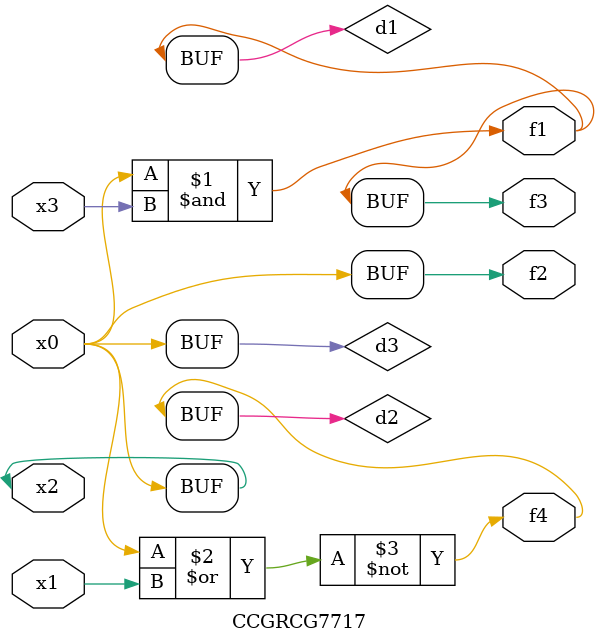
<source format=v>
module CCGRCG7717(
	input x0, x1, x2, x3,
	output f1, f2, f3, f4
);

	wire d1, d2, d3;

	and (d1, x2, x3);
	nor (d2, x0, x1);
	buf (d3, x0, x2);
	assign f1 = d1;
	assign f2 = d3;
	assign f3 = d1;
	assign f4 = d2;
endmodule

</source>
